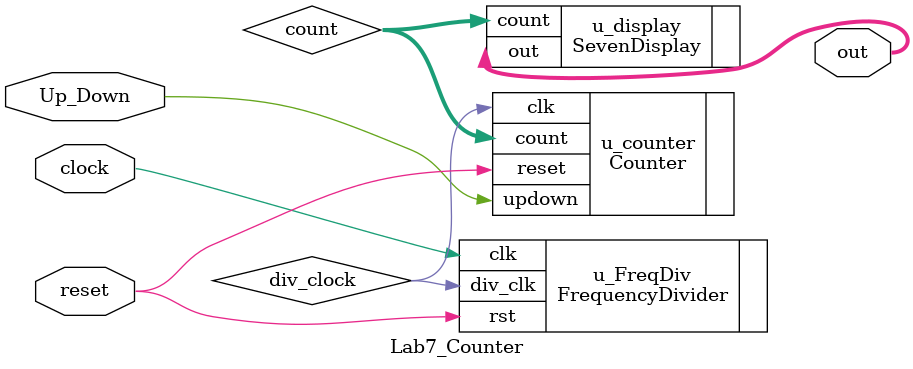
<source format=v>
module Lab7_Counter(clock, reset, Up_Down, out);
input clock, reset, Up_Down;
output [6:0] out;

wire [6:0] out; //if not using "always", use wire instead of reg.
wire div_clock;
wire [4:0] count;



FrequencyDivider u_FreqDiv(.clk(clock), .rst(reset), .div_clk(div_clock));
Counter u_counter(.clk(div_clock), .reset(reset), .updown(Up_Down), .count(count));
SevenDisplay u_display(.count(count), .out(out));


endmodule








</source>
